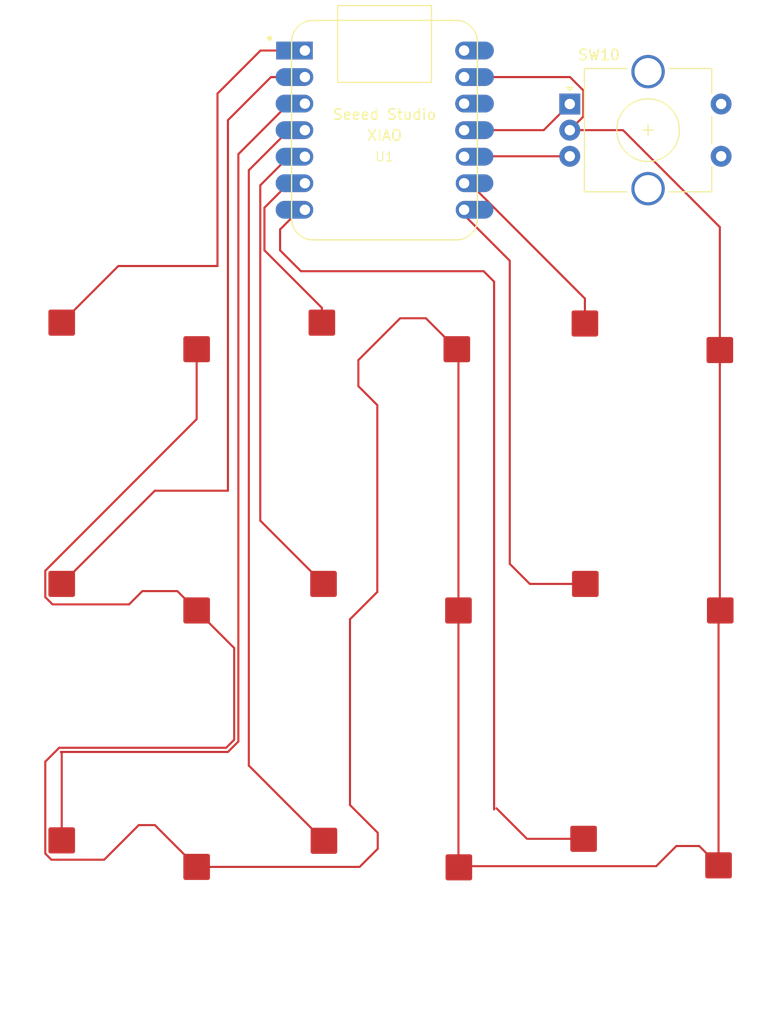
<source format=kicad_pcb>
(kicad_pcb (version 20241229) (generator "pcbnew") (generator_version "9.0")
  (layers (0 "F.Cu" signal) (2 "B.Cu" signal) (13 "F.Paste" user) (15 "B.Paste" user) (5 "F.SilkS" user "F.Silkscreen") (7 "B.SilkS" user "B.Silkscreen") (1 "F.Mask" user) (3 "B.Mask" user) (25 "Edge.Cuts" user))
  (net 0 "")
  (net 1 "GND")
  (net 2 "Net-(U1-GPIO27{slash}ADC1{slash}A1)")
  (net 3 "Net-(U1-GPIO28{slash}ADC2{slash}A2)")
  (net 4 "Net-(U1-GPIO29{slash}ADC3{slash}A3)")
  (net 5 "Net-(U1-GPIO6{slash}SDA)")
  (net 6 "Net-(U1-GPIO26{slash}ADC0{slash}A0)")
  (net 7 "Net-(U1-GPIO7{slash}SCL)")
  (net 8 "Net-(U1-GPIO1{slash}RX)")
  (net 9 "Net-(U1-GPIO2{slash}SCK)")
  (net 10 "Net-(U1-GPIO3{slash}MOSI)")
  (net 12 "Net-(U1-GPIO4{slash}MISO)")
  (net 14 "+5V")
  (net 16 "Net-(U1-GPIO0{slash}TX)")
  (footprint "bluprint:MX-Hotswap-1U" (layer "F.Cu") (at 117.875 48.0348)
    (property "Reference" "SW9")
    (property "Value" "SW_Push")
    (pad "" np_thru_hole circle (at -5.08 0 311.901) (size 1.7018 1.7018) (drill 1.7018) (layers "*.Cu" "*.Mask"))
    (pad "" np_thru_hole circle (at -2.54 -5.08) (size 3 3) (drill 3) (layers "*.Cu" "*.Mask"))
    (pad "" np_thru_hole circle (at 0 0) (size 3.9878 3.9878) (drill 3.9878) (layers "*.Cu" "*.Mask"))
    (pad "" np_thru_hole circle (at 3.81 -2.54) (size 3 3) (drill 3) (layers "*.Cu" "*.Mask"))
    (pad "" np_thru_hole circle (at 5.08 0 311.901) (size 1.7018 1.7018) (drill 1.7018) (layers "*.Cu" "*.Mask"))
    (pad "1" smd roundrect (at 7.085 -2.54) (size 2.55 2.5) (layers "F.Cu" "F.Mask" "F.Paste") (roundrect_rratio 0.08) (net 1 "GND"))
    (pad "2" smd roundrect (at -5.842 -5.08) (size 2.55 2.5) (layers "F.Cu" "F.Mask" "F.Paste") (roundrect_rratio 0.08) (net 9 "Net-(U1-GPIO2{slash}SCK)"))
  )
  (footprint "bluprint:MX-Hotswap-1U" (layer "F.Cu") (at 67.755 47.9548)
    (property "Reference" "SW6")
    (property "Value" "SW_Push")
    (pad "" np_thru_hole circle (at -5.08 0 311.901) (size 1.7018 1.7018) (drill 1.7018) (layers "*.Cu" "*.Mask"))
    (pad "" np_thru_hole circle (at -2.54 -5.08) (size 3 3) (drill 3) (layers "*.Cu" "*.Mask"))
    (pad "" np_thru_hole circle (at 0 0) (size 3.9878 3.9878) (drill 3.9878) (layers "*.Cu" "*.Mask"))
    (pad "" np_thru_hole circle (at 3.81 -2.54) (size 3 3) (drill 3) (layers "*.Cu" "*.Mask"))
    (pad "" np_thru_hole circle (at 5.08 0 311.901) (size 1.7018 1.7018) (drill 1.7018) (layers "*.Cu" "*.Mask"))
    (pad "1" smd roundrect (at 7.085 -2.54) (size 2.55 2.5) (layers "F.Cu" "F.Mask" "F.Paste") (roundrect_rratio 0.08) (net 1 "GND"))
    (pad "2" smd roundrect (at -5.842 -5.08) (size 2.55 2.5) (layers "F.Cu" "F.Mask" "F.Paste") (roundrect_rratio 0.08) (net 6 "Net-(U1-GPIO26{slash}ADC0{slash}A0)"))
  )
  (footprint "footprints:XIAO-Generic-Hybrid-14P-2.54-21X17.8MM" (layer "F.Cu") (at 92.835 24.4548)
    (property "Reference" "U1" (at 0 2.54 0) (layer "F.SilkS") (effects (font (size 0.889 0.889) (thickness 0.1016))))
    (property "Value" "XIAO-RP2040-DIP" (hide yes))
    (fp_line (start -8.9 -8.5) (end -8.9 8.5) (stroke (width 0.127)) (layer "F.SilkS"))
    (fp_line (start -6.9 10.5) (end 6.9 10.5) (stroke (width 0.127)) (layer "F.SilkS"))
    (fp_line (start -4.5 -11.92403) (end 4.5 -11.92403) (stroke (width 0.127)) (layer "F.SilkS"))
    (fp_line (start -4.5 -4.57073) (end -4.5 -11.92403) (stroke (width 0.127)) (layer "F.SilkS"))
    (fp_line (start 4.5 -11.92403) (end 4.5 -4.57073) (stroke (width 0.127)) (layer "F.SilkS"))
    (fp_line (start 4.5 -4.57073) (end -4.5 -4.57073) (stroke (width 0.127)) (layer "F.SilkS"))
    (fp_line (start 6.9 -10.49909) (end -6.9 -10.49909) (stroke (width 0.127)) (layer "F.SilkS"))
    (fp_line (start 8.9 8.5) (end 8.9 -8.5) (stroke (width 0.127)) (layer "F.SilkS"))
    (fp_arc (start -8.9 -8.5) (mid -8.301491 -9.901491) (end -6.9 -10.5) (stroke (width 0.12)) (layer "F.SilkS"))
    (fp_arc (start -6.9 10.5) (mid -8.301423 9.901423) (end -8.9 8.5) (stroke (width 0.12)) (layer "F.SilkS"))
    (fp_arc (start 6.9 -10.5) (mid 8.301491 -9.901491) (end 8.9 -8.5) (stroke (width 0.12)) (layer "F.SilkS"))
    (fp_arc (start 8.9 8.5) (mid 8.314214 9.914214) (end 6.9 10.5) (stroke (width 0.12)) (layer "F.SilkS"))
    (fp_circle (center -11 -8.8) (end -11 -9.054) (fill yes) (layer "F.SilkS"))
    (fp_poly (pts (xy -8.887715 -8.561705) (xy -8.884667 -8.610473) (xy -8.880603 -8.659494)) (stroke (width 0.0254)) (fill no) (layer "F.SilkS"))
    (fp_poly (pts (xy 8.889492 8.521574) (xy 8.887713 8.57085) (xy 8.884665 8.619618) (xy 8.880601 8.668639) (xy 8.875268 8.717407) (xy 8.868664 8.766175) (xy 8.861044 8.81469) (xy 8.852153 8.86295) (xy 8.842248 8.910955)) (stroke (width 0.0254)) (fill no) (layer "F.SilkS"))
    (fp_text user "XIAO" (at 0 0.5 0) (layer "F.SilkS"))
    (fp_text user "Seeed Studio" (at 0 -1.5 0) (layer "F.SilkS"))
    (pad "1" thru_hole rect (at -7.625 -7.62) (size 3.5 1.7) (drill 1 (offset -1 0)) (layers "*.Cu" "*.Mask") (net 6 "Net-(U1-GPIO26{slash}ADC0{slash}A0)"))
    (pad "2" thru_hole oval (at -7.625 -5.08) (size 3.6 1.7) (drill 1 (offset -1 0)) (layers "*.Cu" "*.Mask") (net 2 "Net-(U1-GPIO27{slash}ADC1{slash}A1)"))
    (pad "3" thru_hole oval (at -7.625 -2.54) (size 3.6 1.7) (drill 1 (offset -1 0)) (layers "*.Cu" "*.Mask") (net 3 "Net-(U1-GPIO28{slash}ADC2{slash}A2)"))
    (pad "4" thru_hole oval (at -7.625 0) (size 3.6 1.7) (drill 1 (offset -1 0)) (layers "*.Cu" "*.Mask") (net 4 "Net-(U1-GPIO29{slash}ADC3{slash}A3)"))
    (pad "5" thru_hole oval (at -7.625 2.54) (size 3.6 1.7) (drill 1 (offset -1 0)) (layers "*.Cu" "*.Mask") (net 5 "Net-(U1-GPIO6{slash}SDA)"))
    (pad "6" thru_hole oval (at -7.625 5.08 180) (size 3.6 1.7) (drill 1 (offset 1 0)) (layers "*.Cu" "*.Mask") (net 7 "Net-(U1-GPIO7{slash}SCL)"))
    (pad "7" thru_hole oval (at -7.625 7.62) (size 3.6 1.7) (drill 1 (offset -1 0)) (layers "*.Cu" "*.Mask") (net 16 "Net-(U1-GPIO0{slash}TX)"))
    (pad "8" thru_hole oval (at 7.625 7.62) (size 3.6 1.7) (drill 1 (offset 1 0)) (layers "*.Cu" "*.Mask") (net 8 "Net-(U1-GPIO1{slash}RX)"))
    (pad "9" thru_hole oval (at 7.625 5.08) (size 3.6 1.7) (drill 1 (offset 1 0)) (layers "*.Cu" "*.Mask") (net 9 "Net-(U1-GPIO2{slash}SCK)"))
    (pad "10" thru_hole oval (at 7.625 2.54) (size 3.6 1.7) (drill 1 (offset 1 0)) (layers "*.Cu" "*.Mask") (net 12 "Net-(U1-GPIO4{slash}MISO)"))
    (pad "11" thru_hole oval (at 7.625 0) (size 3.7 1.7) (drill 1 (offset 1 0)) (layers "*.Cu" "*.Mask") (net 10 "Net-(U1-GPIO3{slash}MOSI)"))
    (pad "12" thru_hole oval (at 7.625 -2.54) (size 3.7 1.7) (drill 1 (offset 1 0)) (layers "*.Cu" "*.Mask"))
    (pad "13" thru_hole oval (at 7.625 -5.08) (size 3.7 1.7) (drill 1 (offset 1 0)) (layers "*.Cu" "*.Mask") (net 1 "GND"))
    (pad "14" thru_hole oval (at 7.625 -7.62) (size 3.7 1.7) (drill 1 (offset 1 0)) (layers "*.Cu" "*.Mask") (net 14 "+5V"))
  )
  (footprint "bluprint:MX-Hotswap-1U" (layer "F.Cu") (at 117.75 97.3458)
    (property "Reference" "SW1")
    (property "Value" "SW_Push")
    (pad "" np_thru_hole circle (at -5.08 0 311.901) (size 1.7018 1.7018) (drill 1.7018) (layers "*.Cu" "*.Mask"))
    (pad "" np_thru_hole circle (at -2.54 -5.08) (size 3 3) (drill 3) (layers "*.Cu" "*.Mask"))
    (pad "" np_thru_hole circle (at 0 0) (size 3.9878 3.9878) (drill 3.9878) (layers "*.Cu" "*.Mask"))
    (pad "" np_thru_hole circle (at 3.81 -2.54) (size 3 3) (drill 3) (layers "*.Cu" "*.Mask"))
    (pad "" np_thru_hole circle (at 5.08 0 311.901) (size 1.7018 1.7018) (drill 1.7018) (layers "*.Cu" "*.Mask"))
    (pad "1" smd roundrect (at 7.085 -2.54) (size 2.55 2.5) (layers "F.Cu" "F.Mask" "F.Paste") (roundrect_rratio 0.08) (net 1 "GND"))
    (pad "2" smd roundrect (at -5.842 -5.08) (size 2.55 2.5) (layers "F.Cu" "F.Mask" "F.Paste") (roundrect_rratio 0.08) (net 16 "Net-(U1-GPIO0{slash}TX)"))
  )
  (footprint "bluprint:MX-Hotswap-1U" (layer "F.Cu") (at 92.835 72.9548)
    (property "Reference" "SW5")
    (property "Value" "SW_Push")
    (pad "" np_thru_hole circle (at -5.08 0 311.901) (size 1.7018 1.7018) (drill 1.7018) (layers "*.Cu" "*.Mask"))
    (pad "" np_thru_hole circle (at -2.54 -5.08) (size 3 3) (drill 3) (layers "*.Cu" "*.Mask"))
    (pad "" np_thru_hole circle (at 0 0) (size 3.9878 3.9878) (drill 3.9878) (layers "*.Cu" "*.Mask"))
    (pad "" np_thru_hole circle (at 3.81 -2.54) (size 3 3) (drill 3) (layers "*.Cu" "*.Mask"))
    (pad "" np_thru_hole circle (at 5.08 0 311.901) (size 1.7018 1.7018) (drill 1.7018) (layers "*.Cu" "*.Mask"))
    (pad "1" smd roundrect (at 7.085 -2.54) (size 2.55 2.5) (layers "F.Cu" "F.Mask" "F.Paste") (roundrect_rratio 0.08) (net 1 "GND"))
    (pad "2" smd roundrect (at -5.842 -5.08) (size 2.55 2.5) (layers "F.Cu" "F.Mask" "F.Paste") (roundrect_rratio 0.08) (net 5 "Net-(U1-GPIO6{slash}SDA)"))
  )
  (footprint "bluprint:MX-Hotswap-1U" (layer "F.Cu") (at 117.915 72.9548)
    (property "Reference" "SW8")
    (property "Value" "SW_Push")
    (pad "" np_thru_hole circle (at -5.08 0 311.901) (size 1.7018 1.7018) (drill 1.7018) (layers "*.Cu" "*.Mask"))
    (pad "" np_thru_hole circle (at -2.54 -5.08) (size 3 3) (drill 3) (layers "*.Cu" "*.Mask"))
    (pad "" np_thru_hole circle (at 0 0) (size 3.9878 3.9878) (drill 3.9878) (layers "*.Cu" "*.Mask"))
    (pad "" np_thru_hole circle (at 3.81 -2.54) (size 3 3) (drill 3) (layers "*.Cu" "*.Mask"))
    (pad "" np_thru_hole circle (at 5.08 0 311.901) (size 1.7018 1.7018) (drill 1.7018) (layers "*.Cu" "*.Mask"))
    (pad "1" smd roundrect (at 7.085 -2.54) (size 2.55 2.5) (layers "F.Cu" "F.Mask" "F.Paste") (roundrect_rratio 0.08) (net 1 "GND"))
    (pad "2" smd roundrect (at -5.842 -5.08) (size 2.55 2.5) (layers "F.Cu" "F.Mask" "F.Paste") (roundrect_rratio 0.08) (net 8 "Net-(U1-GPIO1{slash}RX)"))
  )
  (footprint "bluprint:MX-Hotswap-1U" (layer "F.Cu") (at 92.875 97.5348)
    (property "Reference" "SW4")
    (property "Value" "SW_Push")
    (pad "" np_thru_hole circle (at -5.08 0 311.901) (size 1.7018 1.7018) (drill 1.7018) (layers "*.Cu" "*.Mask"))
    (pad "" np_thru_hole circle (at -2.54 -5.08) (size 3 3) (drill 3) (layers "*.Cu" "*.Mask"))
    (pad "" np_thru_hole circle (at 0 0) (size 3.9878 3.9878) (drill 3.9878) (layers "*.Cu" "*.Mask"))
    (pad "" np_thru_hole circle (at 3.81 -2.54) (size 3 3) (drill 3) (layers "*.Cu" "*.Mask"))
    (pad "" np_thru_hole circle (at 5.08 0 311.901) (size 1.7018 1.7018) (drill 1.7018) (layers "*.Cu" "*.Mask"))
    (pad "1" smd roundrect (at 7.085 -2.54) (size 2.55 2.5) (layers "F.Cu" "F.Mask" "F.Paste") (roundrect_rratio 0.08) (net 1 "GND"))
    (pad "2" smd roundrect (at -5.842 -5.08) (size 2.55 2.5) (layers "F.Cu" "F.Mask" "F.Paste") (roundrect_rratio 0.08) (net 4 "Net-(U1-GPIO29{slash}ADC3{slash}A3)"))
  )
  (footprint "Valve:RotaryEncoder_Alps_EC11E-Switch_Vertical_H20mm_CircularMountingHoles" (layer "F.Cu") (at 110.585 21.9548)
    (property "Reference" "SW10" (at 2.8 -4.7 0) (layer "F.SilkS"))
    (property "Value" "RotaryEncoder_Switch")
    (fp_line (start -0.3 -1.6) (end 0.3 -1.6) (stroke (width 0.12)) (layer "F.SilkS"))
    (fp_line (start 0 -1.3) (end -0.3 -1.6) (stroke (width 0.12)) (layer "F.SilkS"))
    (fp_line (start 0.3 -1.6) (end 0 -1.3) (stroke (width 0.12)) (layer "F.SilkS"))
    (fp_line (start 1.4 -3.4) (end 1.4 8.4) (stroke (width 0.12)) (layer "F.SilkS"))
    (fp_line (start 5.5 -3.4) (end 1.4 -3.4) (stroke (width 0.12)) (layer "F.SilkS"))
    (fp_line (start 5.5 8.4) (end 1.4 8.4) (stroke (width 0.12)) (layer "F.SilkS"))
    (fp_line (start 7 2.5) (end 8 2.5) (stroke (width 0.12)) (layer "F.SilkS"))
    (fp_line (start 7.5 2) (end 7.5 3) (stroke (width 0.12)) (layer "F.SilkS"))
    (fp_line (start 9.5 -3.4) (end 13.6 -3.4) (stroke (width 0.12)) (layer "F.SilkS"))
    (fp_line (start 13.6 -3.4) (end 13.6 -1) (stroke (width 0.12)) (layer "F.SilkS"))
    (fp_line (start 13.6 1.2) (end 13.6 3.8) (stroke (width 0.12)) (layer "F.SilkS"))
    (fp_line (start 13.6 6) (end 13.6 8.4) (stroke (width 0.12)) (layer "F.SilkS"))
    (fp_line (start 13.6 8.4) (end 9.5 8.4) (stroke (width 0.12)) (layer "F.SilkS"))
    (fp_circle (center 7.5 2.5) (end 10.5 2.5) (stroke (width 0.12)) (fill no) (layer "F.SilkS"))
    (pad "A" thru_hole rect (at 0 0) (size 2 2) (drill 1) (layers "*.Cu" "*.Mask") (net 10 "Net-(U1-GPIO3{slash}MOSI)"))
    (pad "B" thru_hole circle (at 0 5) (size 2 2) (drill 1) (layers "*.Cu" "*.Mask") (net 12 "Net-(U1-GPIO4{slash}MISO)"))
    (pad "C" thru_hole circle (at 0 2.5) (size 2 2) (drill 1) (layers "*.Cu" "*.Mask") (net 1 "GND"))
    (pad "MP" thru_hole circle (at 7.5 -3.1) (size 3.2 3.2) (drill 2.6) (layers "*.Cu" "*.Mask"))
    (pad "MP" thru_hole circle (at 7.5 8.1) (size 3.2 3.2) (drill 2.6) (layers "*.Cu" "*.Mask"))
    (pad "S1" thru_hole circle (at 14.5 5) (size 2 2) (drill 1) (layers "*.Cu" "*.Mask"))
    (pad "S2" thru_hole circle (at 14.5 0) (size 2 2) (drill 1) (layers "*.Cu" "*.Mask"))
  )
  (footprint "bluprint:MX-Hotswap-1U" (layer "F.Cu") (at 67.755 72.9548)
    (property "Reference" "SW2")
    (property "Value" "SW_Push")
    (pad "" np_thru_hole circle (at -5.08 0 311.901) (size 1.7018 1.7018) (drill 1.7018) (layers "*.Cu" "*.Mask"))
    (pad "" np_thru_hole circle (at -2.54 -5.08) (size 3 3) (drill 3) (layers "*.Cu" "*.Mask"))
    (pad "" np_thru_hole circle (at 0 0) (size 3.9878 3.9878) (drill 3.9878) (layers "*.Cu" "*.Mask"))
    (pad "" np_thru_hole circle (at 3.81 -2.54) (size 3 3) (drill 3) (layers "*.Cu" "*.Mask"))
    (pad "" np_thru_hole circle (at 5.08 0 311.901) (size 1.7018 1.7018) (drill 1.7018) (layers "*.Cu" "*.Mask"))
    (pad "1" smd roundrect (at 7.085 -2.54) (size 2.55 2.5) (layers "F.Cu" "F.Mask" "F.Paste") (roundrect_rratio 0.08) (net 1 "GND"))
    (pad "2" smd roundrect (at -5.842 -5.08) (size 2.55 2.5) (layers "F.Cu" "F.Mask" "F.Paste") (roundrect_rratio 0.08) (net 2 "Net-(U1-GPIO27{slash}ADC1{slash}A1)"))
  )
  (footprint "bluprint:MX-Hotswap-1U" (layer "F.Cu") (at 67.755 97.4948)
    (property "Reference" "SW3")
    (property "Value" "SW_Push")
    (pad "" np_thru_hole circle (at -5.08 0 311.901) (size 1.7018 1.7018) (drill 1.7018) (layers "*.Cu" "*.Mask"))
    (pad "" np_thru_hole circle (at -2.54 -5.08) (size 3 3) (drill 3) (layers "*.Cu" "*.Mask"))
    (pad "" np_thru_hole circle (at 0 0) (size 3.9878 3.9878) (drill 3.9878) (layers "*.Cu" "*.Mask"))
    (pad "" np_thru_hole circle (at 3.81 -2.54) (size 3 3) (drill 3) (layers "*.Cu" "*.Mask"))
    (pad "" np_thru_hole circle (at 5.08 0 311.901) (size 1.7018 1.7018) (drill 1.7018) (layers "*.Cu" "*.Mask"))
    (pad "1" smd roundrect (at 7.085 -2.54) (size 2.55 2.5) (layers "F.Cu" "F.Mask" "F.Paste") (roundrect_rratio 0.08) (net 1 "GND"))
    (pad "2" smd roundrect (at -5.842 -5.08) (size 2.55 2.5) (layers "F.Cu" "F.Mask" "F.Paste") (roundrect_rratio 0.08) (net 3 "Net-(U1-GPIO28{slash}ADC2{slash}A2)"))
  )
  (footprint "bluprint:MX-Hotswap-1U" (layer "F.Cu") (at 92.677 47.9548)
    (property "Reference" "SW7")
    (property "Value" "SW_Push")
    (pad "" np_thru_hole circle (at -5.08 0 311.901) (size 1.7018 1.7018) (drill 1.7018) (layers "*.Cu" "*.Mask"))
    (pad "" np_thru_hole circle (at -2.54 -5.08) (size 3 3) (drill 3) (layers "*.Cu" "*.Mask"))
    (pad "" np_thru_hole circle (at 0 0) (size 3.9878 3.9878) (drill 3.9878) (layers "*.Cu" "*.Mask"))
    (pad "" np_thru_hole circle (at 3.81 -2.54) (size 3 3) (drill 3) (layers "*.Cu" "*.Mask"))
    (pad "" np_thru_hole circle (at 5.08 0 311.901) (size 1.7018 1.7018) (drill 1.7018) (layers "*.Cu" "*.Mask"))
    (pad "1" smd roundrect (at 7.085 -2.54) (size 2.55 2.5) (layers "F.Cu" "F.Mask" "F.Paste") (roundrect_rratio 0.08) (net 1 "GND"))
    (pad "2" smd roundrect (at -5.842 -5.08) (size 2.55 2.5) (layers "F.Cu" "F.Mask" "F.Paste") (roundrect_rratio 0.08) (net 7 "Net-(U1-GPIO7{slash}SCL)"))
  )
  (segment (start 90.452709 94.9548) (end 92.186 93.221509) (width 0.2) (layer "F.Cu") (net 1))
  (segment (start 92.186 91.688091) (end 89.528291 89.030382) (width 0.2) (layer "F.Cu") (net 1))
  (segment (start 111.886 23.1538) (end 111.886 20.6538) (width 0.2) (layer "F.Cu") (net 1))
  (segment (start 110.607 19.3748) (end 100.46 19.3748) (width 0.2) (layer "F.Cu") (net 1))
  (segment (start 99.762 45.4148) (end 99.762 46.3818) (width 0.2) (layer "F.Cu") (net 1))
  (segment (start 61.6689 83.5538) (end 60.337 84.8857) (width 0.2) (layer "F.Cu") (net 1))
  (segment (start 118.862291 94.8858) (end 120.793291 92.9548) (width 0.2) (layer "F.Cu") (net 1))
  (segment (start 68.366291 69.8338) (end 69.636291 68.5638) (width 0.2) (layer "F.Cu") (net 1))
  (segment (start 60.337 93.677864) (end 60.924936 94.2658) (width 0.2) (layer "F.Cu") (net 1))
  (segment (start 74.84 45.4148) (end 74.84 52.108736) (width 0.2) (layer "F.Cu") (net 1))
  (segment (start 60.924936 94.2658) (end 65.981709 94.2658) (width 0.2) (layer "F.Cu") (net 1))
  (segment (start 74.84 52.108736) (end 60.337 66.611736) (width 0.2) (layer "F.Cu") (net 1))
  (segment (start 78.434 74.0088) (end 78.434 82.7887) (width 0.2) (layer "F.Cu") (net 1))
  (segment (start 110.585 24.4548) (end 111.886 23.1538) (width 0.2) (layer "F.Cu") (net 1))
  (segment (start 92.146 68.641509) (end 92.146 50.7658) (width 0.2) (layer "F.Cu") (net 1))
  (segment (start 124.835 94.8058) (end 124.835 70.8458) (width 0.2) (layer "F.Cu") (net 1))
  (segment (start 74.84 94.9548) (end 90.452709 94.9548) (width 0.2) (layer "F.Cu") (net 1))
  (segment (start 78.434 82.7887) (end 77.6689 83.5538) (width 0.2) (layer "F.Cu") (net 1))
  (segment (start 125 45.5348) (end 124.96 45.4948) (width 0.2) (layer "F.Cu") (net 1))
  (segment (start 125 70.4148) (end 125 69.6198) (width 0.2) (layer "F.Cu") (net 1))
  (segment (start 94.335 42.4548) (end 96.802 42.4548) (width 0.2) (layer "F.Cu") (net 1))
  (segment (start 124.46 70.9548) (end 125 70.4148) (width 0.2) (layer "F.Cu") (net 1))
  (segment (start 124.96 33.7278) (end 115.687 24.4548) (width 0.2) (layer "F.Cu") (net 1))
  (segment (start 70.84 90.9548) (end 74.84 94.9548) (width 0.2) (layer "F.Cu") (net 1))
  (segment (start 72.989 68.5638) (end 74.84 70.4148) (width 0.2) (layer "F.Cu") (net 1))
  (segment (start 124.96 69.5798) (end 124.96 46.9548) (width 0.2) (layer "F.Cu") (net 1))
  (segment (start 125 69.6198) (end 124.96 69.5798) (width 0.2) (layer "F.Cu") (net 1))
  (segment (start 115.687 24.4548) (end 110.585 24.4548) (width 0.2) (layer "F.Cu") (net 1))
  (segment (start 65.981709 94.2658) (end 69.292709 90.9548) (width 0.2) (layer "F.Cu") (net 1))
  (segment (start 60.337 66.611736) (end 60.337 69.137864) (width 0.2) (layer "F.Cu") (net 1))
  (segment (start 124.96 46.9548) (end 124.96 33.7278) (width 0.2) (layer "F.Cu") (net 1))
  (segment (start 92.146 50.7658) (end 90.3321 48.9519) (width 0.2) (layer "F.Cu") (net 1))
  (segment (start 60.337 69.137864) (end 61.032936 69.8338) (width 0.2) (layer "F.Cu") (net 1))
  (segment (start 122.984 92.9548) (end 124.835 94.8058) (width 0.2) (layer "F.Cu") (net 1))
  (segment (start 99.92 46.5398) (end 99.92 70.4148) (width 0.2) (layer "F.Cu") (net 1))
  (segment (start 74.84 70.4148) (end 78.434 74.0088) (width 0.2) (layer "F.Cu") (net 1))
  (segment (start 69.292709 90.9548) (end 70.84 90.9548) (width 0.2) (layer "F.Cu") (net 1))
  (segment (start 90.3321 48.9519) (end 90.3321 46.4577) (width 0.2) (layer "F.Cu") (net 1))
  (segment (start 99.762 70.2568) (end 99.92 70.4148) (width 0.2) (layer "F.Cu") (net 1))
  (segment (start 100.335 94.8858) (end 118.862291 94.8858) (width 0.2) (layer "F.Cu") (net 1))
  (segment (start 61.032936 69.8338) (end 68.366291 69.8338) (width 0.2) (layer "F.Cu") (net 1))
  (segment (start 60.337 84.8857) (end 60.337 93.677864) (width 0.2) (layer "F.Cu") (net 1))
  (segment (start 90.3321 46.4577) (end 94.335 42.4548) (width 0.2) (layer "F.Cu") (net 1))
  (segment (start 120.793291 92.9548) (end 122.984 92.9548) (width 0.2) (layer "F.Cu") (net 1))
  (segment (start 99.92 94.9548) (end 99.96 94.9948) (width 0.2) (layer "F.Cu") (net 1))
  (segment (start 89.528291 71.259218) (end 92.146 68.641509) (width 0.2) (layer "F.Cu") (net 1))
  (segment (start 99.762 46.3818) (end 99.92 46.5398) (width 0.2) (layer "F.Cu") (net 1))
  (segment (start 124.96 46.9548) (end 124.96 45.4948) (width 0.2) (layer "F.Cu") (net 1))
  (segment (start 77.6689 83.5538) (end 61.6689 83.5538) (width 0.2) (layer "F.Cu") (net 1))
  (segment (start 89.528291 89.030382) (end 89.528291 71.259218) (width 0.2) (layer "F.Cu") (net 1))
  (segment (start 92.186 93.221509) (end 92.186 91.688091) (width 0.2) (layer "F.Cu") (net 1))
  (segment (start 111.886 20.6538) (end 110.607 19.3748) (width 0.2) (layer "F.Cu") (net 1))
  (segment (start 69.636291 68.5638) (end 72.989 68.5638) (width 0.2) (layer "F.Cu") (net 1))
  (segment (start 96.802 42.4548) (end 99.762 45.4148) (width 0.2) (layer "F.Cu") (net 1))
  (segment (start 99.92 70.4148) (end 99.92 94.9548) (width 0.2) (layer "F.Cu") (net 1))
  (segment (start 77.835 23.4998) (end 81.96 19.3748) (width 0.2) (layer "F.Cu") (net 2))
  (segment (start 61.913 67.8748) (end 70.833 58.9548) (width 0.2) (layer "F.Cu") (net 2))
  (segment (start 70.833 58.9548) (end 77.835 58.9548) (width 0.2) (layer "F.Cu") (net 2))
  (segment (start 81.96 19.3748) (end 85.21 19.3748) (width 0.2) (layer "F.Cu") (net 2))
  (segment (start 77.835 58.9548) (end 77.835 23.4998) (width 0.2) (layer "F.Cu") (net 2))
  (segment (start 78.835 26.75204) (end 83.67224 21.9148) (width 0.2) (layer "F.Cu") (net 3))
  (segment (start 61.913 92.4148) (end 61.913 84.0328) (width 0.2) (layer "F.Cu") (net 3))
  (segment (start 78.835 82.9548) (end 78.835 26.75204) (width 0.2) (layer "F.Cu") (net 3))
  (segment (start 83.67224 21.9148) (end 85.21 21.9148) (width 0.2) (layer "F.Cu") (net 3))
  (segment (start 77.835 83.9548) (end 78.835 82.9548) (width 0.2) (layer "F.Cu") (net 3))
  (segment (start 61.835 83.9548) (end 77.835 83.9548) (width 0.2) (layer "F.Cu") (net 3))
  (segment (start 61.913 84.0328) (end 61.835 83.9548) (width 0.2) (layer "F.Cu") (net 3))
  (segment (start 79.835 28.29204) (end 83.67224 24.4548) (width 0.2) (layer "F.Cu") (net 4))
  (segment (start 87.033 92.4548) (end 79.835 85.2568) (width 0.2) (layer "F.Cu") (net 4))
  (segment (start 79.835 85.2568) (end 79.835 28.29204) (width 0.2) (layer "F.Cu") (net 4))
  (segment (start 83.67224 24.4548) (end 85.21 24.4548) (width 0.2) (layer "F.Cu") (net 4))
  (segment (start 80.934 61.8158) (end 80.934 29.73304) (width 0.2) (layer "F.Cu") (net 5))
  (segment (start 83.67224 26.9948) (end 85.21 26.9948) (width 0.2) (layer "F.Cu") (net 5))
  (segment (start 86.993 67.8748) (end 80.934 61.8158) (width 0.2) (layer "F.Cu") (net 5))
  (segment (start 80.934 29.73304) (end 83.67224 26.9948) (width 0.2) (layer "F.Cu") (net 5))
  (segment (start 61.913 42.8748) (end 67.333 37.4548) (width 0.2) (layer "F.Cu") (net 6))
  (segment (start 67.333 37.4548) (end 76.835 37.4548) (width 0.2) (layer "F.Cu") (net 6))
  (segment (start 80.955 16.8348) (end 85.21 16.8348) (width 0.2) (layer "F.Cu") (net 6))
  (segment (start 76.835 20.9548) (end 80.955 16.8348) (width 0.2) (layer "F.Cu") (net 6))
  (segment (start 76.835 37.4548) (end 76.835 20.9548) (width 0.2) (layer "F.Cu") (net 6))
  (segment (start 83.67224 29.5348) (end 85.21 29.5348) (width 0.2) (layer "F.Cu") (net 7))
  (segment (start 86.835 41.4548) (end 81.335 35.9548) (width 0.2) (layer "F.Cu") (net 7))
  (segment (start 86.835 42.8748) (end 86.835 41.4548) (width 0.2) (layer "F.Cu") (net 7))
  (segment (start 81.335 31.87204) (end 83.67224 29.5348) (width 0.2) (layer "F.Cu") (net 7))
  (segment (start 81.335 35.9548) (end 81.335 31.87204) (width 0.2) (layer "F.Cu") (net 7))
  (segment (start 106.755 67.8748) (end 104.835 65.9548) (width 0.2) (layer "F.Cu") (net 8))
  (segment (start 104.835 36.9498) (end 99.96 32.0748) (width 0.2) (layer "F.Cu") (net 8))
  (segment (start 104.835 65.9548) (end 104.835 36.9498) (width 0.2) (layer "F.Cu") (net 8))
  (segment (start 112.073 67.8748) (end 106.755 67.8748) (width 0.2) (layer "F.Cu") (net 8))
  (segment (start 112.033 40.57004) (end 100.99776 29.5348) (width 0.2) (layer "F.Cu") (net 9))
  (segment (start 101.49776 29.5348) (end 100.46 29.5348) (width 0.2) (layer "F.Cu") (net 9))
  (segment (start 112.033 42.9548) (end 112.033 40.57004) (width 0.2) (layer "F.Cu") (net 9))
  (segment (start 99.96 24.4548) (end 108.085 24.4548) (width 0.2) (layer "F.Cu") (net 10))
  (segment (start 108.085 24.4548) (end 110.585 21.9548) (width 0.2) (layer "F.Cu") (net 10))
  (segment (start 100.46 26.9948) (end 101 26.4548) (width 0.2) (layer "F.Cu") (net 12))
  (segment (start 100.46 26.9948) (end 100.5 26.9548) (width 0.2) (layer "F.Cu") (net 12))
  (segment (start 100 26.9548) (end 110.585 26.9548) (width 0.2) (layer "F.Cu") (net 12))
  (segment (start 106.481 92.2658) (end 103.561 89.3458) (width 0.2) (layer "F.Cu") (net 16))
  (segment (start 111.908 92.2658) (end 106.63 92.2658) (width 0.2) (layer "F.Cu") (net 16))
  (segment (start 103.335 38.9548) (end 102.335 37.9548) (width 0.2) (layer "F.Cu") (net 16))
  (segment (start 103.335 89.4548) (end 103.335 38.9548) (width 0.2) (layer "F.Cu") (net 16))
  (segment (start 82.835 35.9548) (end 82.835 33.9548) (width 0.2) (layer "F.Cu") (net 16))
  (segment (start 82.835 33.9548) (end 82.835 33.9498) (width 0.2) (layer "F.Cu") (net 16))
  (segment (start 102.335 37.9548) (end 84.835 37.9548) (width 0.2) (layer "F.Cu") (net 16))
  (segment (start 84.715 32.0748) (end 85.21 32.0748) (width 0.2) (layer "F.Cu") (net 16))
  (segment (start 82.835 33.9548) (end 84.715 32.0748) (width 0.2) (layer "F.Cu") (net 16))
  (segment (start 84.835 37.9548) (end 82.835 35.9548) (width 0.2) (layer "F.Cu") (net 16))
)
</source>
